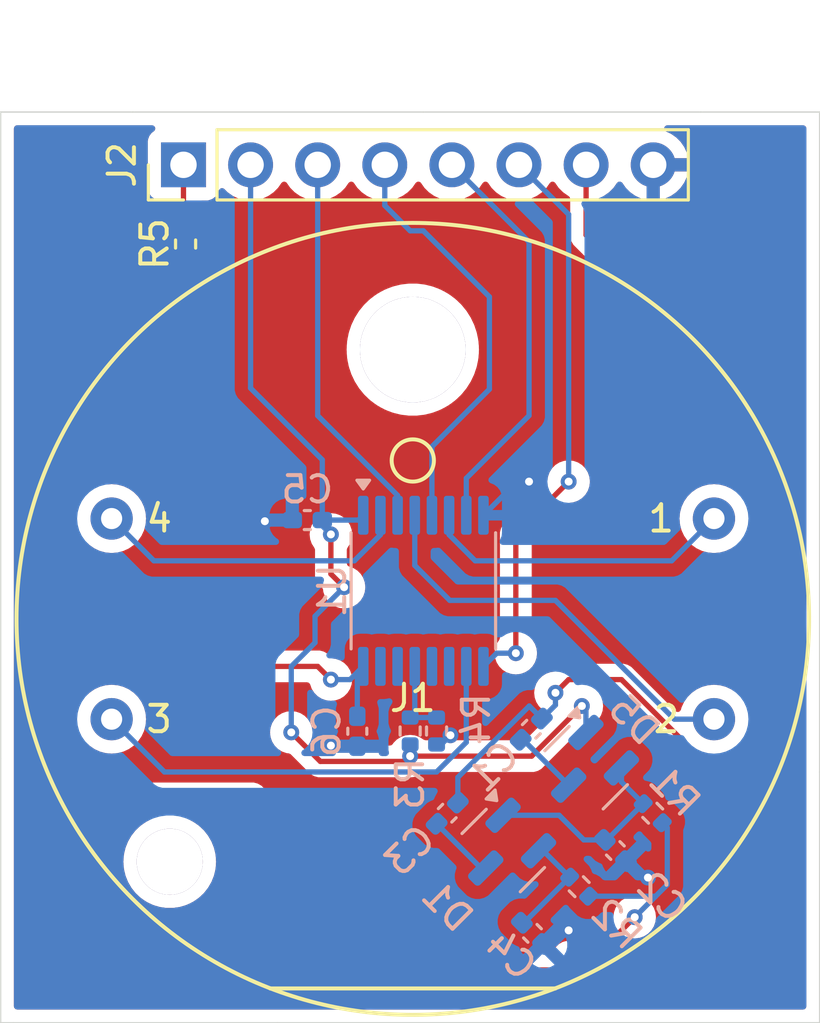
<source format=kicad_pcb>
(kicad_pcb (version 20240108) (generator "pcbnew") (generator_version "8.0")
  (layers (0 "F.Cu" signal) (31 "B.Cu" signal) (34 "B.Paste" user) (35 "F.Paste" user) (36 "B.SilkS" user "B.Silkscreen") (37 "F.SilkS" user "F.Silkscreen") (38 "B.Mask" user) (39 "F.Mask" user) (44 "Edge.Cuts" user))
  (net 0 "")
  (net 1 "Net-(D5-COM)")
  (net 2 "/PWM")
  (net 3 "Net-(D1-A)")
  (net 4 "GND")
  (net 5 "Net-(D1-COM)")
  (net 6 "Net-(D1-K)")
  (net 7 "/3v3")
  (net 8 "/Vmotor")
  (net 9 "Net-(U1-MODE)")
  (net 11 "/IN4")
  (net 13 "/IN1")
  (net 15 "/IN3")
  (net 17 "/IN2")
  (net 18 "Net-(J2-Pin_1)")
  (net 19 "/Aout")
  (net 20 "/Dout")
  (net 21 "/Bout")
  (net 22 "/Cout")
  (footprint "Connector_PinHeader_2.54mm:PinHeader_1x08_P2.54mm_Vertical" (layer "F.Cu") (at 118.920001 50 90)
    (property "Reference" "J2" (at 0 -2.33 90) (layer "F.SilkS"))
    (property "Value" "Conn_01x08_Pin")
    (fp_line (start -1.33 -1.33) (end 0 -1.33) (stroke (width 0.12)) (layer "F.SilkS"))
    (fp_line (start -1.33 0) (end -1.33 -1.33) (stroke (width 0.12)) (layer "F.SilkS"))
    (fp_line (start 1.33 1.270001) (end 1.33 19.110001) (stroke (width 0.12)) (layer "F.SilkS"))
    (fp_line (start -1.33 1.270001) (end 1.33 1.270001) (stroke (width 0.12)) (layer "F.SilkS"))
    (fp_line (start -1.33 1.270001) (end -1.33 19.110001) (stroke (width 0.12)) (layer "F.SilkS"))
    (fp_line (start -1.33 19.110001) (end 1.33 19.110001) (stroke (width 0.12)) (layer "F.SilkS"))
    (pad "1" thru_hole rect (at 0 0 90) (size 1.7 1.7) (drill 1) (layers "*.Cu" "*.Mask") (net 18 "Net-(J2-Pin_1)"))
    (pad "2" thru_hole oval (at 0 2.54 90) (size 1.7 1.7) (drill 1) (layers "*.Cu" "*.Mask") (net 7 "/3v3"))
    (pad "3" thru_hole oval (at 0 5.079999 90) (size 1.7 1.7) (drill 1) (layers "*.Cu" "*.Mask") (net 13 "/IN1"))
    (pad "4" thru_hole oval (at 0 7.62 90) (size 1.7 1.7) (drill 1) (layers "*.Cu" "*.Mask") (net 17 "/IN2"))
    (pad "5" thru_hole oval (at 0 10.16 90) (size 1.7 1.7) (drill 1) (layers "*.Cu" "*.Mask") (net 15 "/IN3"))
    (pad "6" thru_hole oval (at 0 12.7 90) (size 1.7 1.7) (drill 1) (layers "*.Cu" "*.Mask") (net 11 "/IN4"))
    (pad "7" thru_hole oval (at 0 15.24 90) (size 1.7 1.7) (drill 1) (layers "*.Cu" "*.Mask") (net 2 "/PWM"))
    (pad "8" thru_hole oval (at 0 17.780001 90) (size 1.7 1.7) (drill 1) (layers "*.Cu" "*.Mask") (net 4 "GND"))
  )
  (footprint "Resistor_SMD:R_0402_1005Metric" (layer "F.Cu") (at 119 53 90)
    (property "Reference" "R5" (at 0 -1.17 90) (layer "F.SilkS"))
    (property "Value" "0_NP")
    (fp_line (start -0.153641 -0.38) (end 0.153641 -0.38) (stroke (width 0.12)) (layer "F.SilkS"))
    (fp_line (start -0.153641 0.38) (end 0.153641 0.38) (stroke (width 0.12)) (layer "F.SilkS"))
    (pad "1" smd roundrect (at -0.509999 0 90) (size 0.54 0.64) (layers "F.Cu" "F.Paste" "F.Mask") (net 8 "/Vmotor"))
    (pad "2" smd roundrect (at 0.509999 0 90) (size 0.54 0.64) (layers "F.Cu" "F.Paste" "F.Mask") (net 18 "Net-(J2-Pin_1)"))
  )
  (footprint "Library:X27-168" (layer "F.Cu") (at 127.6 67.2)
    (property "Reference" "J1" (at 0 3 0) (layer "F.SilkS"))
    (property "Value" "X27Motor")
    (fp_line (start -5.4 14) (end 5.4 14) (stroke (width 0.15)) (layer "F.SilkS"))
    (fp_circle (center 0 -6) (end 0.8 -6) (stroke (width 0.15)) (fill none) (layer "F.SilkS"))
    (fp_circle (center 0 0) (end 15 0) (stroke (width 0.15)) (fill none) (layer "F.SilkS"))
    (fp_text user "4" (at -9.6 -3.8 0) (layer "F.SilkS"))
    (fp_text user "1" (at 9.4 -3.8 0) (layer "F.SilkS"))
    (fp_text user "3" (at -9.6 3.8 0) (layer "F.SilkS"))
    (fp_text user "2" (at 9.6 3.8 0) (layer "F.SilkS"))
    (pad "" thru_hole circle (at -9.2 9.2) (size 2.5 2.5) (drill 2.5) (layers "*.Cu" "*.Mask"))
    (pad "" thru_hole circle (at 0 -10.2) (size 4 4) (drill 4) (layers "*.Cu" "*.Mask"))
    (pad "1" thru_hole circle (at 11.4 -3.8) (size 1.6 1.6) (drill 0.8) (layers "*.Cu" "*.Mask") (net 22 "/Cout"))
    (pad "2" thru_hole circle (at 11.4 3.8) (size 1.6 1.6) (drill 0.8) (layers "*.Cu" "*.Mask") (net 21 "/Bout"))
    (pad "3" thru_hole circle (at -11.4 3.8) (size 1.6 1.6) (drill 0.8) (layers "*.Cu" "*.Mask") (net 20 "/Dout"))
    (pad "4" thru_hole circle (at -11.4 -3.8) (size 1.6 1.6) (drill 0.8) (layers "*.Cu" "*.Mask") (net 19 "/Aout"))
  )
  (footprint "Resistor_SMD:R_0402_1005Metric" (layer "B.Cu") (at 133.897747 77.344894 135)
    (property "Reference" "R2" (at -2.000001 0 135) (layer "B.SilkS") (effects (justify mirror)))
    (property "Value" "0_NP")
    (fp_line (start 0.153641 -0.38) (end -0.153641 -0.38) (stroke (width 0.12)) (layer "B.SilkS"))
    (fp_line (start 0.153641 0.38) (end -0.153641 0.38) (stroke (width 0.12)) (layer "B.SilkS"))
    (pad "1" smd roundrect (at -0.509999 0 135) (size 0.54 0.64) (layers "B.Cu" "B.Paste" "B.Mask") (net 8 "/Vmotor"))
    (pad "2" smd roundrect (at 0.509999 0 135) (size 0.54 0.64) (layers "B.Cu" "B.Paste" "B.Mask") (net 6 "Net-(D1-K)"))
  )
  (footprint "Resistor_SMD:R_0402_1005Metric" (layer "B.Cu") (at 127.5 71.447501 90)
    (property "Reference" "R3" (at -2 0 90) (layer "B.SilkS") (effects (justify mirror)))
    (property "Value" "100k")
    (fp_line (start 0.153641 -0.38) (end -0.153641 -0.38) (stroke (width 0.12)) (layer "B.SilkS"))
    (fp_line (start 0.153641 0.38) (end -0.153641 0.38) (stroke (width 0.12)) (layer "B.SilkS"))
    (pad "1" smd roundrect (at -0.509999 0 90) (size 0.54 0.64) (layers "B.Cu" "B.Paste" "B.Mask") (net 7 "/3v3"))
    (pad "2" smd roundrect (at 0.509999 0 90) (size 0.54 0.64) (layers "B.Cu" "B.Paste" "B.Mask") (net 9 "Net-(U1-MODE)"))
  )
  (footprint "Package_TO_SOT_SMD:SOT-23" (layer "B.Cu") (at 134.162913 72.837087 -135)
    (property "Reference" "D5" (at -2.562498 0 135) (layer "B.SilkS") (effects (justify mirror)))
    (property "Value" "BAT54S")
    (fp_line (start 0.65 1.56) (end 0 1.560001) (stroke (width 0.12)) (layer "B.SilkS"))
    (fp_line (start -0.65 1.56) (end 0 1.560001) (stroke (width 0.12)) (layer "B.SilkS"))
    (fp_line (start 0.65 -1.56) (end 0 -1.560001) (stroke (width 0.12)) (layer "B.SilkS"))
    (fp_line (start -0.65 -1.56) (end 0 -1.560001) (stroke (width 0.12)) (layer "B.SilkS"))
    (fp_poly (pts (xy -1.1625 1.51) (xy -1.4025 1.84) (xy -0.9225 1.839999) (xy -1.1625 1.51)) (stroke (width 0.12)) (fill solid) (layer "B.SilkS"))
    (pad "1" smd roundrect (at -0.9375 0.95 225) (size 1.475 0.6) (layers "B.Cu" "B.Paste" "B.Mask") (net 7 "/3v3"))
    (pad "2" smd roundrect (at -0.9375 -0.95 225) (size 1.475 0.6) (layers "B.Cu" "B.Paste" "B.Mask") (net 3 "Net-(D1-A)"))
    (pad "3" smd roundrect (at 0.937501 0 225) (size 1.475 0.6) (layers "B.Cu" "B.Paste" "B.Mask") (net 1 "Net-(D5-COM)"))
  )
  (footprint "Capacitor_SMD:C_0402_1005Metric_Pad0.74x0.62mm_HandSolder" (layer "B.Cu") (at 123.6075 63.4575 180)
    (property "Reference" "C5" (at 0 1.16 0) (layer "B.SilkS") (effects (justify mirror)))
    (property "Value" "0.1")
    (fp_line (start 0.115835 0.36) (end -0.115835 0.36) (stroke (width 0.12)) (layer "B.SilkS"))
    (fp_line (start 0.115835 -0.36) (end -0.115835 -0.36) (stroke (width 0.12)) (layer "B.SilkS"))
    (pad "1" smd roundrect (at -0.5675 0 180) (size 0.735 0.62) (layers "B.Cu" "B.Paste" "B.Mask") (net 7 "/3v3"))
    (pad "2" smd roundrect (at 0.5675 0 180) (size 0.735 0.62) (layers "B.Cu" "B.Paste" "B.Mask") (net 4 "GND"))
  )
  (footprint "Capacitor_SMD:C_0402_1005Metric_Pad0.74x0.62mm_HandSolder" (layer "B.Cu") (at 132.12998 79.112661 -45)
    (property "Reference" "C4" (at 0 1.16 135) (layer "B.SilkS") (effects (justify mirror)))
    (property "Value" "2.2u")
    (fp_line (start 0.115835 0.36) (end -0.115835 0.36) (stroke (width 0.12)) (layer "B.SilkS"))
    (fp_line (start 0.115835 -0.36) (end -0.115835 -0.36) (stroke (width 0.12)) (layer "B.SilkS"))
    (pad "1" smd roundrect (at -0.5675 0 315) (size 0.735 0.62) (layers "B.Cu" "B.Paste" "B.Mask") (net 6 "Net-(D1-K)"))
    (pad "2" smd roundrect (at 0.5675 0 315) (size 0.735 0.62) (layers "B.Cu" "B.Paste" "B.Mask") (net 4 "GND"))
  )
  (footprint "Package_TO_SOT_SMD:SOT-23" (layer "B.Cu") (at 131.025126 75.974874 -135)
    (property "Reference" "D1" (at 3 0 135) (layer "B.SilkS") (effects (justify mirror)))
    (property "Value" "BAT54S")
    (fp_line (start 0.65 1.56) (end 0 1.560001) (stroke (width 0.12)) (layer "B.SilkS"))
    (fp_line (start -0.65 1.56) (end 0 1.560001) (stroke (width 0.12)) (layer "B.SilkS"))
    (fp_line (start 0.65 -1.56) (end 0 -1.560001) (stroke (width 0.12)) (layer "B.SilkS"))
    (fp_line (start -0.65 -1.56) (end 0 -1.560001) (stroke (width 0.12)) (layer "B.SilkS"))
    (fp_poly (pts (xy -1.1625 1.51) (xy -1.4025 1.84) (xy -0.9225 1.839999) (xy -1.1625 1.51)) (stroke (width 0.12)) (fill solid) (layer "B.SilkS"))
    (pad "1" smd roundrect (at -0.9375 0.95 225) (size 1.475 0.6) (layers "B.Cu" "B.Paste" "B.Mask") (net 3 "Net-(D1-A)"))
    (pad "2" smd roundrect (at -0.9375 -0.95 225) (size 1.475 0.6) (layers "B.Cu" "B.Paste" "B.Mask") (net 6 "Net-(D1-K)"))
    (pad "3" smd roundrect (at 0.937501 0 225) (size 1.475 0.6) (layers "B.Cu" "B.Paste" "B.Mask") (net 5 "Net-(D1-COM)"))
  )
  (footprint "Capacitor_SMD:C_0402_1005Metric_Pad0.74x0.62mm_HandSolder" (layer "B.Cu") (at 128.903806 74.56066 -135)
    (property "Reference" "C3" (at 2.000001 0 45) (layer "B.SilkS") (effects (justify mirror)))
    (property "Value" "0.47u")
    (fp_line (start 0.115835 0.36) (end -0.115835 0.36) (stroke (width 0.12)) (layer "B.SilkS"))
    (fp_line (start 0.115835 -0.36) (end -0.115835 -0.36) (stroke (width 0.12)) (layer "B.SilkS"))
    (pad "1" smd roundrect (at -0.5675 0 225) (size 0.735 0.62) (layers "B.Cu" "B.Paste" "B.Mask") (net 2 "/PWM"))
    (pad "2" smd roundrect (at 0.5675 0 225) (size 0.735 0.62) (layers "B.Cu" "B.Paste" "B.Mask") (net 5 "Net-(D1-COM)"))
  )
  (footprint "Package_SO:TSSOP-16_4.4x5mm_P0.65mm" (layer "B.Cu") (at 128 66.1375 -90)
    (property "Reference" "U1" (at 0 3.449999 90) (layer "B.SilkS") (effects (justify mirror)))
    (property "Value" "~")
    (fp_line (start -2.2 2.735) (end 0 2.735) (stroke (width 0.12)) (layer "B.SilkS"))
    (fp_line (start 2.2 2.735) (end 0 2.735) (stroke (width 0.12)) (layer "B.SilkS"))
    (fp_line (start -2.2 -2.735) (end 0 -2.735) (stroke (width 0.12)) (layer "B.SilkS"))
    (fp_line (start 2.2 -2.735) (end 0 -2.735) (stroke (width 0.12)) (layer "B.SilkS"))
    (fp_poly (pts (xy -3.86 2.275) (xy -4.19 2.515) (xy -4.19 2.035) (xy -3.86 2.275)) (stroke (width 0.12)) (fill solid) (layer "B.SilkS"))
    (pad "1" smd roundrect (at -2.8625 2.275 270) (size 1.475 0.4) (layers "B.Cu" "B.Paste" "B.Mask") (net 7 "/3v3"))
    (pad "2" smd roundrect (at -2.8625 1.625 270) (size 1.475 0.4) (layers "B.Cu" "B.Paste" "B.Mask") (net 19 "/Aout"))
    (pad "3" smd roundrect (at -2.8625 0.975 270) (size 1.475 0.4) (layers "B.Cu" "B.Paste" "B.Mask") (net 13 "/IN1"))
    (pad "4" smd roundrect (at -2.8625 0.325 270) (size 1.475 0.4) (layers "B.Cu" "B.Paste" "B.Mask") (net 21 "/Bout"))
    (pad "5" smd roundrect (at -2.8625 -0.325 270) (size 1.475 0.4) (layers "B.Cu" "B.Paste" "B.Mask") (net 17 "/IN2"))
    (pad "6" smd roundrect (at -2.8625 -0.975 270) (size 1.475 0.4) (layers "B.Cu" "B.Paste" "B.Mask") (net 22 "/Cout"))
    (pad "7" smd roundrect (at -2.8625 -1.625 270) (size 1.475 0.4) (layers "B.Cu" "B.Paste" "B.Mask") (net 15 "/IN3"))
    (pad "8" smd roundrect (at -2.8625 -2.275 270) (size 1.475 0.4) (layers "B.Cu" "B.Paste" "B.Mask") (net 4 "GND"))
    (pad "9" smd roundrect (at 2.8625 -2.275 270) (size 1.475 0.4) (layers "B.Cu" "B.Paste" "B.Mask") (net 11 "/IN4"))
    (pad "10" smd roundrect (at 2.8625 -1.625 270) (size 1.475 0.4) (layers "B.Cu" "B.Paste" "B.Mask") (net 20 "/Dout"))
    (pad "11" smd roundrect (at 2.8625 -0.975 270) (size 1.475 0.4) (layers "B.Cu" "B.Paste" "B.Mask"))
    (pad "12" smd roundrect (at 2.8625 -0.325 270) (size 1.475 0.4) (layers "B.Cu" "B.Paste" "B.Mask"))
    (pad "13" smd roundrect (at 2.8625 0.325 270) (size 1.475 0.4) (layers "B.Cu" "B.Paste" "B.Mask") (net 9 "Net-(U1-MODE)"))
    (pad "14" smd roundrect (at 2.8625 0.975 270) (size 1.475 0.4) (layers "B.Cu" "B.Paste" "B.Mask"))
    (pad "15" smd roundrect (at 2.8625 1.625 270) (size 1.475 0.4) (layers "B.Cu" "B.Paste" "B.Mask"))
    (pad "16" smd roundrect (at 2.8625 2.275 270) (size 1.475 0.4) (layers "B.Cu" "B.Paste" "B.Mask") (net 8 "/Vmotor"))
  )
  (footprint "Capacitor_SMD:C_0402_1005Metric_Pad0.74x0.62mm_HandSolder" (layer "B.Cu") (at 132.085786 71.37868 -135)
    (property "Reference" "C1" (at 2.000001 0 45) (layer "B.SilkS") (effects (justify mirror)))
    (property "Value" "0.47u")
    (fp_line (start 0.115835 0.36) (end -0.115835 0.36) (stroke (width 0.12)) (layer "B.SilkS"))
    (fp_line (start 0.115835 -0.36) (end -0.115835 -0.36) (stroke (width 0.12)) (layer "B.SilkS"))
    (pad "1" smd roundrect (at -0.5675 0 225) (size 0.735 0.62) (layers "B.Cu" "B.Paste" "B.Mask") (net 2 "/PWM"))
    (pad "2" smd roundrect (at 0.5675 0 225) (size 0.735 0.62) (layers "B.Cu" "B.Paste" "B.Mask") (net 1 "Net-(D5-COM)"))
  )
  (footprint "Capacitor_SMD:C_0402_1005Metric_Pad0.74x0.62mm_HandSolder" (layer "B.Cu") (at 125.5 71.4575 -90)
    (property "Reference" "C6" (at 0 1.16 90) (layer "B.SilkS") (effects (justify mirror)))
    (property "Value" "0.1")
    (fp_line (start 0.115835 0.36) (end -0.115835 0.36) (stroke (width 0.12)) (layer "B.SilkS"))
    (fp_line (start 0.115835 -0.36) (end -0.115835 -0.36) (stroke (width 0.12)) (layer "B.SilkS"))
    (pad "1" smd roundrect (at -0.5675 0 270) (size 0.735 0.62) (layers "B.Cu" "B.Paste" "B.Mask") (net 8 "/Vmotor"))
    (pad "2" smd roundrect (at 0.5675 0 270) (size 0.735 0.62) (layers "B.Cu" "B.Paste" "B.Mask") (net 4 "GND"))
  )
  (footprint "Capacitor_SMD:C_0402_1005Metric_Pad0.74x0.62mm_HandSolder" (layer "B.Cu") (at 135.267767 75.974874 -45)
    (property "Reference" "C2" (at 2.5 0 135) (layer "B.SilkS") (effects (justify mirror)))
    (property "Value" "2.2u")
    (fp_line (start 0.115835 0.36) (end -0.115835 0.36) (stroke (width 0.12)) (layer "B.SilkS"))
    (fp_line (start 0.115835 -0.36) (end -0.115835 -0.36) (stroke (width 0.12)) (layer "B.SilkS"))
    (pad "1" smd roundrect (at -0.5675 0 315) (size 0.735 0.62) (layers "B.Cu" "B.Paste" "B.Mask") (net 3 "Net-(D1-A)"))
    (pad "2" smd roundrect (at 0.5675 0 315) (size 0.735 0.62) (layers "B.Cu" "B.Paste" "B.Mask") (net 4 "GND"))
  )
  (footprint "Resistor_SMD:R_0402_1005Metric" (layer "B.Cu") (at 136.681981 74.56066 135)
    (property "Reference" "R1" (at 0 1.17 135) (layer "B.SilkS") (effects (justify mirror)))
    (property "Value" "0_NP")
    (fp_line (start 0.153641 -0.38) (end -0.153641 -0.38) (stroke (width 0.12)) (layer "B.SilkS"))
    (fp_line (start 0.153641 0.38) (end -0.153641 0.38) (stroke (width 0.12)) (layer "B.SilkS"))
    (pad "1" smd roundrect (at -0.509999 0 135) (size 0.54 0.64) (layers "B.Cu" "B.Paste" "B.Mask") (net 8 "/Vmotor"))
    (pad "2" smd roundrect (at 0.509999 0 135) (size 0.54 0.64) (layers "B.Cu" "B.Paste" "B.Mask") (net 3 "Net-(D1-A)"))
  )
  (footprint "Resistor_SMD:R_0402_1005Metric" (layer "B.Cu") (at 128.5 71.447501 -90)
    (property "Reference" "R4" (at -0.447501 -1.5 90) (layer "B.SilkS") (effects (justify mirror)))
    (property "Value" "100k")
    (fp_line (start 0.153641 0.38) (end -0.153641 0.38) (stroke (width 0.12)) (layer "B.SilkS"))
    (fp_line (start 0.153641 -0.38) (end -0.153641 -0.38) (stroke (width 0.12)) (layer "B.SilkS"))
    (pad "1" smd roundrect (at -0.509999 0 270) (size 0.54 0.64) (layers "B.Cu" "B.Paste" "B.Mask") (net 9 "Net-(U1-MODE)"))
    (pad "2" smd roundrect (at 0.509999 0 270) (size 0.54 0.64) (layers "B.Cu" "B.Paste" "B.Mask") (net 4 "GND"))
  )
  (gr_line (start 122.5 82.5) (end 112.5 82.5) (stroke (width 0.05)) (layer "Edge.Cuts"))
  (gr_line (start 128 48) (end 138.5 48) (stroke (width 0.05)) (layer "Edge.Cuts"))
  (gr_line (start 143 73) (end 143 48) (stroke (width 0.05)) (layer "Edge.Cuts"))
  (gr_line (start 143 48) (end 138.5 48) (stroke (width 0.05)) (layer "Edge.Cuts"))
  (gr_line (start 128 48) (end 117 48) (stroke (width 0.05)) (layer "Edge.Cuts"))
  (gr_line (start 112 82.5) (end 112.5 82.5) (stroke (width 0.05)) (layer "Edge.Cuts"))
  (gr_line (start 112 48) (end 117 48) (stroke (width 0.05)) (layer "Edge.Cuts"))
  (gr_line (start 112 72.5) (end 112 48) (stroke (width 0.05)) (layer "Edge.Cuts"))
  (gr_line (start 112 72.5) (end 112 82.5) (stroke (width 0.05)) (layer "Edge.Cuts"))
  (gr_line (start 143 82.5) (end 143 73) (stroke (width 0.05)) (layer "Edge.Cuts"))
  (gr_line (start 122.5 82.5) (end 143 82.5) (stroke (width 0.05)) (layer "Edge.Cuts"))
  (segment (start 133.5 73.5) (end 131.779963 71.779963) (width 0.2) (layer "B.Cu") (net 1))
  (segment (start 131.779963 71.779963) (end 131.684503 71.779963) (width 0.2) (layer "B.Cu") (net 1))
  (segment (start 134.160001 52.660001) (end 140.5 59) (width 0.2) (layer "F.Cu") (net 2))
  (segment (start 140.5 72.5) (end 138.5 72.5) (width 0.2) (layer "F.Cu") (net 2))
  (segment (start 138.5 72.5) (end 135.5 69.5) (width 0.2) (layer "F.Cu") (net 2))
  (segment (start 133.5 69.5) (end 133 70) (width 0.2) (layer "F.Cu") (net 2))
  (segment (start 135.5 69.5) (end 133.5 69.5) (width 0.2) (layer "F.Cu") (net 2))
  (segment (start 134.160001 50) (end 134.160001 52.660001) (width 0.2) (layer "F.Cu") (net 2))
  (segment (start 140.5 59) (end 140.5 72.5) (width 0.2) (layer "F.Cu") (net 2))
  (via (at 133 70) (size 0.6) (drill 0.3) (layers "F.Cu" "B.Cu") (net 2))
  (segment (start 132.009672 70.5) (end 129.305089 73.204583) (width 0.2) (layer "B.Cu") (net 2))
  (segment (start 133 70) (end 133 70.464466) (width 0.2) (layer "B.Cu") (net 2))
  (segment (start 132.487069 70.977397) (end 132.009672 70.5) (width 0.2) (layer "B.Cu") (net 2))
  (segment (start 133 70.464466) (end 132.487069 70.977397) (width 0.2) (layer "B.Cu") (net 2))
  (segment (start 129.305089 73.204583) (end 129.305089 74.159377) (width 0.2) (layer "B.Cu") (net 2))
  (segment (start 134.073591 75.573591) (end 134.866484 75.573591) (width 0.2) (layer "B.Cu") (net 3))
  (segment (start 134.947802 75.573591) (end 134.866484 75.573591) (width 0.2) (layer "B.Cu") (net 3))
  (segment (start 133.14021 74.64021) (end 134.073591 75.573591) (width 0.2) (layer "B.Cu") (net 3))
  (segment (start 131.016287 74.64021) (end 133.14021 74.64021) (width 0.2) (layer "B.Cu") (net 3))
  (segment (start 136.321357 74.200036) (end 134.947802 75.573591) (width 0.2) (layer "B.Cu") (net 3))
  (segment (start 135.497577 72.845926) (end 135.497577 73.376256) (width 0.2) (layer "B.Cu") (net 3))
  (segment (start 135.497577 73.376256) (end 136.321357 74.200036) (width 0.2) (layer "B.Cu") (net 3))
  (via (at 133.5 79) (size 0.6) (drill 0.3) (layers "F.Cu" "B.Cu") (net 4))
  (via (at 122 63.5) (size 0.6) (drill 0.3) (layers "F.Cu" "B.Cu") (net 4))
  (via (at 129.025001 71.60903) (size 0.6) (drill 0.3) (layers "F.Cu" "B.Cu") (net 4))
  (via (at 132 62) (size 0.6) (drill 0.3) (layers "F.Cu" "B.Cu") (net 4))
  (via (at 136.5 77) (size 0.6) (drill 0.3) (layers "F.Cu" "B.Cu") (net 4))
  (via (at 124.5 72) (size 0.6) (drill 0.3) (layers "F.Cu" "B.Cu") (net 4))
  (segment (start 125.5 72.025) (end 124.525 72.025) (width 0.2) (layer "B.Cu") (net 4))
  (segment (start 130.275 63.275) (end 131.55 62) (width 0.2) (layer "B.Cu") (net 4))
  (segment (start 122.0425 63.4575) (end 122 63.5) (width 0.2) (layer "B.Cu") (net 4))
  (segment (start 132.986056 79.513944) (end 133.5 79) (width 0.2) (layer "B.Cu") (net 4))
  (segment (start 132.531263 79.513944) (end 132.986056 79.513944) (width 0.2) (layer "B.Cu") (net 4))
  (segment (start 128.5 71.9575) (end 128.676531 71.9575) (width 0.2) (layer "B.Cu") (net 4))
  (segment (start 123.04 63.4575) (end 122.0425 63.4575) (width 0.2) (layer "B.Cu") (net 4))
  (segment (start 135.876157 76.376157) (end 136.5 77) (width 0.2) (layer "B.Cu") (net 4))
  (segment (start 131.55 62) (end 132 62) (width 0.2) (layer "B.Cu") (net 4))
  (segment (start 135.66905 76.376157) (end 135.876157 76.376157) (width 0.2) (layer "B.Cu") (net 4))
  (segment (start 124.525 72.025) (end 124.5 72) (width 0.2) (layer "B.Cu") (net 4))
  (segment (start 128.676531 71.9575) (end 129.025001 71.60903) (width 0.2) (layer "B.Cu") (net 4))
  (segment (start 130.178367 76.637787) (end 130.362213 76.637787) (width 0.2) (layer "B.Cu") (net 5))
  (segment (start 128.502523 74.961943) (end 130.178367 76.637787) (width 0.2) (layer "B.Cu") (net 5))
  (segment (start 131.810015 78.711378) (end 131.728697 78.711378) (width 0.2) (layer "B.Cu") (net 6))
  (segment (start 132.536566 75.983713) (end 133.537123 76.98427) (width 0.2) (layer "B.Cu") (net 6))
  (segment (start 133.537123 76.98427) (end 131.810015 78.711378) (width 0.2) (layer "B.Cu") (net 6))
  (segment (start 132.35979 75.983713) (end 132.536566 75.983713) (width 0.2) (layer "B.Cu") (net 6))
  (segment (start 124.1 72.6) (end 127.3 72.6) (width 0.2) (layer "F.Cu") (net 7))
  (segment (start 127.5 72.4) (end 132.1 72.4) (width 0.2) (layer "F.Cu") (net 7))
  (segment (start 127.3 72.6) (end 127.5 72.4) (width 0.2) (layer "F.Cu") (net 7))
  (segment (start 123 71.5) (end 124.1 72.6) (width 0.2) (layer "F.Cu") (net 7))
  (segment (start 132.1 72.4) (end 134 70.5) (width 0.2) (layer "F.Cu") (net 7))
  (segment (start 124.5 64) (end 124.5 65.5) (width 0.2) (layer "F.Cu") (net 7))
  (segment (start 124.5 65.5) (end 125 66) (width 0.2) (layer "F.Cu") (net 7))
  (via (at 134 70.5) (size 0.6) (drill 0.3) (layers "F.Cu" "B.Cu") (net 7))
  (via (at 123 71.5) (size 0.6) (drill 0.3) (layers "F.Cu" "B.Cu") (net 7))
  (via (at 124.5 64) (size 0.6) (drill 0.3) (layers "F.Cu" "B.Cu") (net 7))
  (via (at 125 66) (size 0.6) (drill 0.3) (layers "F.Cu" "B.Cu") (net 7))
  (via (at 127.5 72.4) (size 0.6) (drill 0.3) (layers "F.Cu" "B.Cu") (net 7))
  (segment (start 134.154074 70.654074) (end 134 70.5) (width 0.2) (layer "B.Cu") (net 7))
  (segment (start 121.460001 58.460001) (end 124.175 61.175) (width 0.2) (layer "B.Cu") (net 7))
  (segment (start 123.9 68.1) (end 123 69) (width 0.2) (layer "B.Cu") (net 7))
  (segment (start 123 69) (end 123 71.5) (width 0.2) (layer "B.Cu") (net 7))
  (segment (start 121.460001 50) (end 121.460001 58.460001) (width 0.2) (layer "B.Cu") (net 7))
  (segment (start 124.175 63.4575) (end 125.5425 63.4575) (width 0.2) (layer "B.Cu") (net 7))
  (segment (start 125.5425 63.4575) (end 125.725 63.275) (width 0.2) (layer "B.Cu") (net 7))
  (segment (start 127.5 71.9575) (end 127.5 72.4) (width 0.2) (layer "B.Cu") (net 7))
  (segment (start 124.175 61.175) (end 124.175 63.4575) (width 0.2) (layer "B.Cu") (net 7))
  (segment (start 134.154074 71.502423) (end 134.154074 70.654074) (width 0.2) (layer "B.Cu") (net 7))
  (segment (start 124.175 63.4575) (end 124.175 63.675) (width 0.2) (layer "B.Cu") (net 7))
  (segment (start 125 66) (end 123.9 67.1) (width 0.2) (layer "B.Cu") (net 7))
  (segment (start 123.9 67.1) (end 123.9 68.1) (width 0.2) (layer "B.Cu") (net 7))
  (segment (start 124.175 63.675) (end 124.5 64) (width 0.2) (layer "B.Cu") (net 7))
  (segment (start 119 53.509999) (end 119 58) (width 0.2) (layer "F.Cu") (net 8))
  (segment (start 134.5 80) (end 136 78.5) (width 0.2) (layer "F.Cu") (net 8))
  (segment (start 119 58) (end 114.5 62.5) (width 0.2) (layer "F.Cu") (net 8))
  (segment (start 133 80.5) (end 133.5 80) (width 0.2) (layer "F.Cu") (net 8))
  (segment (start 116 74) (end 121.5 74) (width 0.2) (layer "F.Cu") (net 8))
  (segment (start 114.5 65.5) (end 114.5 72.5) (width 0.2) (layer "F.Cu") (net 8))
  (segment (start 118 69) (end 124 69) (width 0.2) (layer "F.Cu") (net 8))
  (segment (start 121.5 74) (end 128 80.5) (width 0.2) (layer "F.Cu") (net 8))
  (segment (start 124 69) (end 124.5 69.5) (width 0.2) (layer "F.Cu") (net 8))
  (segment (start 114.5 62.5) (end 114.5 65.5) (width 0.2) (layer "F.Cu") (net 8))
  (segment (start 114.5 65.5) (end 118 69) (width 0.2) (layer "F.Cu") (net 8))
  (segment (start 133.5 80) (end 134.5 80) (width 0.2) (layer "F.Cu") (net 8))
  (segment (start 114.5 72.5) (end 116 74) (width 0.2) (layer "F.Cu") (net 8))
  (segment (start 128 80.5) (end 133 80.5) (width 0.2) (layer "F.Cu") (net 8))
  (via (at 124.5 69.5) (size 0.6) (drill 0.3) (layers "F.Cu" "B.Cu") (net 8))
  (via (at 136 78.5) (size 0.6) (drill 0.3) (layers "F.Cu" "B.Cu") (net 8))
  (segment (start 125.5 69.225) (end 125.725 69) (width 0.2) (layer "B.Cu") (net 8))
  (segment (start 136.794482 77.705518) (end 136 78.5) (width 0.2) (layer "B.Cu") (net 8))
  (segment (start 137.233524 77.266476) (end 136.794482 77.705518) (width 0.2) (layer "B.Cu") (net 8))
  (segment (start 137.233524 75.112203) (end 137.233524 77.266476) (width 0.2) (layer "B.Cu") (net 8))
  (segment (start 125.5 70.89) (end 125.5 69.225) (width 0.2) (layer "B.Cu") (net 8))
  (segment (start 125.225 69.5) (end 125.725 69) (width 0.2) (layer "B.Cu") (net 8))
  (segment (start 136.794482 77.705518) (end 134.258371 77.705518) (width 0.2) (layer "B.Cu") (net 8))
  (segment (start 137.042605 74.921284) (end 137.233524 75.112203) (width 0.2) (layer "B.Cu") (net 8))
  (segment (start 124.5 69.5) (end 125.225 69.5) (width 0.2) (layer "B.Cu") (net 8))
  (segment (start 127.675 69) (end 127.675 70.762502) (width 0.2) (layer "B.Cu") (net 9))
  (segment (start 127.675 70.762502) (end 127.5 70.937502) (width 0.2) (layer "B.Cu") (net 9))
  (segment (start 127.5 70.937502) (end 128.5 70.937502) (width 0.2) (layer "B.Cu") (net 9))
  (segment (start 131.5 64) (end 131.5 68.5) (width 0.2) (layer "F.Cu") (net 11))
  (segment (start 133.5 62) (end 131.5 64) (width 0.2) (layer "F.Cu") (net 11))
  (via (at 133.5 62) (size 0.6) (drill 0.3) (layers "F.Cu" "B.Cu") (net 11))
  (via (at 131.5 68.5) (size 0.6) (drill 0.3) (layers "F.Cu" "B.Cu") (net 11))
  (segment (start 133.5 51.879999) (end 133.5 62) (width 0.2) (layer "B.Cu") (net 11))
  (segment (start 130.775 68.5) (end 130.275 69) (width 0.2) (layer "B.Cu") (net 11))
  (segment (start 131.5 68.5) (end 130.775 68.5) (width 0.2) (layer "B.Cu") (net 11))
  (segment (start 131.620001 50) (end 133.5 51.879999) (width 0.2) (layer "B.Cu") (net 11))
  (segment (start 127.025 63.275) (end 127.025 62.525) (width 0.2) (layer "B.Cu") (net 13))
  (segment (start 127.025 62.525) (end 124 59.5) (width 0.2) (layer "B.Cu") (net 13))
  (segment (start 124 59.5) (end 124 50) (width 0.2) (layer "B.Cu") (net 13))
  (segment (start 132 59.5) (end 132 52.919999) (width 0.2) (layer "B.Cu") (net 15))
  (segment (start 129.625 61.875) (end 132 59.5) (width 0.2) (layer "B.Cu") (net 15))
  (segment (start 132 52.919999) (end 129.080001 50) (width 0.2) (layer "B.Cu") (net 15))
  (segment (start 129.625 63.275) (end 129.625 61.875) (width 0.2) (layer "B.Cu") (net 15))
  (segment (start 128 52.5) (end 127.5 52.5) (width 0.2) (layer "B.Cu") (net 17))
  (segment (start 130.5 58.5) (end 130.5 55) (width 0.2) (layer "B.Cu") (net 17))
  (segment (start 128.325 60.675) (end 130.5 58.5) (width 0.2) (layer "B.Cu") (net 17))
  (segment (start 126.540001 51.540001) (end 126.540001 50) (width 0.2) (layer "B.Cu") (net 17))
  (segment (start 130.5 55) (end 128 52.5) (width 0.2) (layer "B.Cu") (net 17))
  (segment (start 128.325 63.275) (end 128.325 60.675) (width 0.2) (layer "B.Cu") (net 17))
  (segment (start 127.5 52.5) (end 126.540001 51.540001) (width 0.2) (layer "B.Cu") (net 17))
  (segment (start 118.920001 50) (end 118.920001 52.410002) (width 0.2) (layer "F.Cu") (net 18))
  (segment (start 118.920001 52.410002) (end 119 52.490001) (width 0.2) (layer "F.Cu") (net 18))
  (segment (start 126.375 63.275) (end 126.375 64.012499) (width 0.2) (layer "B.Cu") (net 19))
  (segment (start 125.387499 65) (end 117.8 65) (width 0.2) (layer "B.Cu") (net 19))
  (segment (start 117.8 65) (end 116.2 63.4) (width 0.2) (layer "B.Cu") (net 19))
  (segment (start 126.375 64.012499) (end 125.387499 65) (width 0.2) (layer "B.Cu") (net 19))
  (segment (start 128.5 73) (end 118.2 73) (width 0.2) (layer "B.Cu") (net 20))
  (segment (start 129.625 69) (end 129.625 71.875) (width 0.2) (layer "B.Cu") (net 20))
  (segment (start 129.625 71.875) (end 128.5 73) (width 0.2) (layer "B.Cu") (net 20))
  (segment (start 118.2 73) (end 116.2 71) (width 0.2) (layer "B.Cu") (net 20))
  (segment (start 129 66.5) (end 133 66.5) (width 0.2) (layer "B.Cu") (net 21))
  (segment (start 137.5 71) (end 139 71) (width 0.2) (layer "B.Cu") (net 21))
  (segment (start 127.675 63.275) (end 127.675 65.175) (width 0.2) (layer "B.Cu") (net 21))
  (segment (start 133 66.5) (end 137.5 71) (width 0.2) (layer "B.Cu") (net 21))
  (segment (start 127.675 65.175) (end 129 66.5) (width 0.2) (layer "B.Cu") (net 21))
  (segment (start 129.962501 65) (end 137.4 65) (width 0.2) (layer "B.Cu") (net 22))
  (segment (start 128.975 64.012499) (end 129.962501 65) (width 0.2) (layer "B.Cu") (net 22))
  (segment (start 137.4 65) (end 139 63.4) (width 0.2) (layer "B.Cu") (net 22))
  (segment (start 128.975 63.275) (end 128.975 64.012499) (width 0.2) (layer "B.Cu") (net 22))
  (zone (net 4) (net_name "GND") (layers "F&B.Cu") (connect_pads (clearance 0.5)) (min_thickness 0.25) (fill yes (thermal_gap 0.5) (thermal_bridge_width 0.5))
    (polygon (pts (xy 112 48) (xy 143 48) (xy 143 82.5) (xy 112 82.5)))
  )
)
</source>
